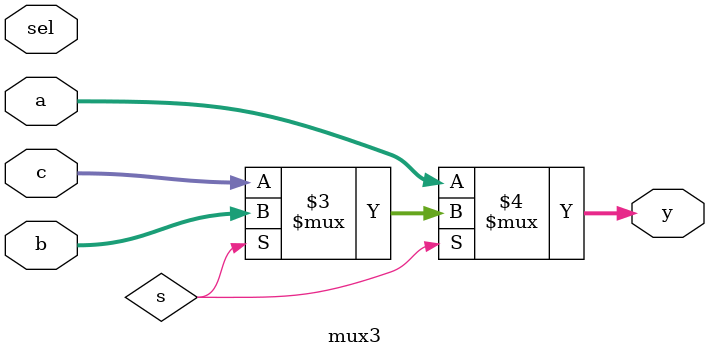
<source format=v>
module mux3 #(parameter W = 32) (
    input [W-1:0] a, b, c,
    input [1:0] sel,
    output [W-1:0] y
);

    assign y = (s == 2'b00)? a : ((s == 2'b01)? b : c);

endmodule
</source>
